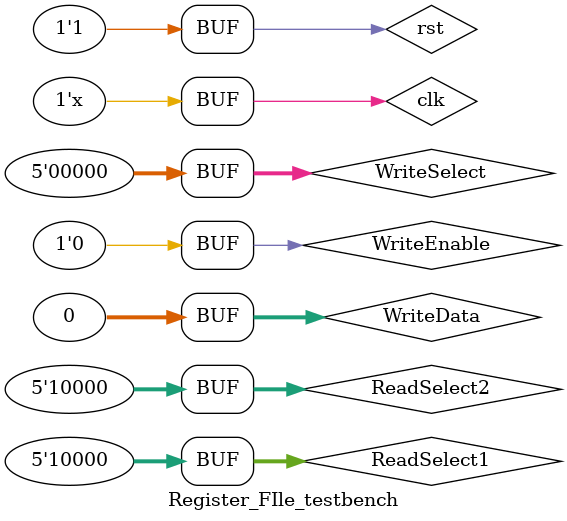
<source format=v>
`timescale 1ns / 1ps


module Register_FIle_testbench(
    );
    parameter BITSIZE = 32;
    parameter REGSIZE = 32;
    reg [$clog2(REGSIZE)-1:0] ReadSelect1, ReadSelect2, WriteSelect;
    reg [BITSIZE-1:0] WriteData;
    reg WriteEnable;
    wire [BITSIZE-1:0] ReadData1, ReadData2;
    reg clk, rst;
    
    Register_File RG_TEST(.ReadSelect1(ReadSelect1), .ReadSelect2(ReadSelect2), .WriteSelect(WriteSelect), .WriteData(WriteData), .WriteEnable(WriteEnable), .ReadData1(ReadData1), .ReadData2(ReadData2), .clk(clk), .rst(rst));
    
    always 
    begin
        #50 clk=~clk;
    end
    
    initial
    begin
        clk=0;
        rst=1;
        ReadSelect1=5'b00001;
        ReadSelect2=5'b00010;
        WriteSelect=5'b00000;
        WriteData=32'b0000_0000_0000_0000_0000_0000_0000_0000;
        WriteEnable=1;
        #50 rst=0;WriteData=32'b0000_0000_0000_0000_0000_0000_0000_1000;WriteSelect=5'b00001;
        #100 WriteData=32'b0000_0000_0000_0000_0000_0000_1000_0000;WriteSelect=5'b00010;
        #100 WriteData=32'b0000_0000_0000_0000_0000_1000_0000_0000;WriteSelect=5'b00100;
        #100 WriteData=32'b0000_0000_0000_0000_1000_0000_0000_0000;WriteSelect=5'b01000;
        #100 WriteData=32'b0000_0000_0000_1000_0000_0000_0000_0000;WriteSelect=5'b10000;
        #100 WriteEnable=0;WriteData=32'b0000_0000_0000_0000_0000_0000_0000_0000;WriteSelect=5'b00000;
        #100 ReadSelect1=5'b00100;ReadSelect2=5'b01000;
        #100 ReadSelect1=5'b10000;ReadSelect2=5'b10000;
        #100 rst=1;
    end
endmodule

</source>
